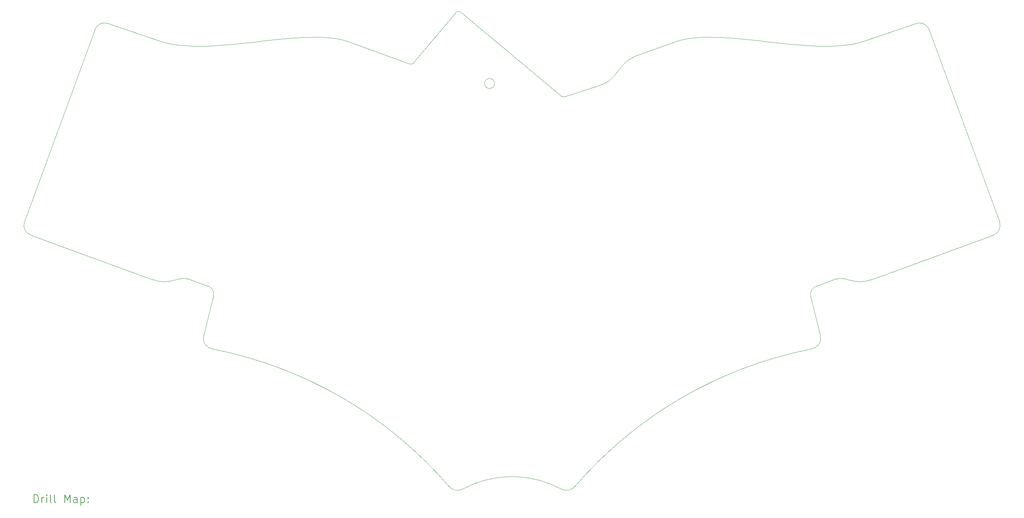
<source format=gbr>
%FSLAX45Y45*%
G04 Gerber Fmt 4.5, Leading zero omitted, Abs format (unit mm)*
G04 Created by KiCad (PCBNEW (6.0.0)) date 2023-05-15 23:42:06*
%MOMM*%
%LPD*%
G01*
G04 APERTURE LIST*
%ADD10C,0.050000*%
%TA.AperFunction,Profile*%
%ADD11C,0.050000*%
%TD*%
%ADD12C,0.200000*%
G04 APERTURE END LIST*
D10*
X10699177Y-3970000D02*
X10588675Y-3936794D01*
X10471572Y-3910015D01*
X10348287Y-3889234D01*
X10219240Y-3874023D01*
X10084849Y-3863954D01*
X9945533Y-3858599D01*
X9801711Y-3857527D01*
X9653802Y-3860312D01*
X9502226Y-3866525D01*
X9347400Y-3875737D01*
X9189744Y-3887520D01*
X9029677Y-3901445D01*
X8867618Y-3917084D01*
X8703986Y-3934009D01*
X8539199Y-3951790D01*
X8373677Y-3970000D01*
X8207839Y-3988210D01*
X8042103Y-4005991D01*
X7876889Y-4022916D01*
X7712615Y-4038555D01*
X7549700Y-4052480D01*
X7388564Y-4064263D01*
X7229625Y-4073475D01*
X7073302Y-4079687D01*
X6920015Y-4082472D01*
X6770181Y-4081401D01*
X6624221Y-4076045D01*
X6482552Y-4065976D01*
X6345595Y-4050766D01*
X6213767Y-4029985D01*
X6087488Y-4003206D01*
X5967177Y-3970000D01*
D11*
X5667121Y-9982459D02*
X2635164Y-8873841D01*
X23699177Y-3970000D02*
X25069806Y-3511323D01*
D10*
X6679177Y-10000000D02*
X6647047Y-9989952D01*
X6616198Y-9982198D01*
X6586506Y-9976568D01*
X6557845Y-9972895D01*
X6530091Y-9971012D01*
X6503119Y-9970749D01*
X6476803Y-9971939D01*
X6451020Y-9974413D01*
X6425644Y-9978005D01*
X6400550Y-9982546D01*
X6375613Y-9987867D01*
X6350709Y-9993802D01*
X6325713Y-10000181D01*
X6300499Y-10006837D01*
X6274943Y-10013602D01*
X6248920Y-10020307D01*
X6222305Y-10026786D01*
X6194973Y-10032869D01*
X6166800Y-10038389D01*
X6137659Y-10043178D01*
X6107428Y-10047068D01*
X6075980Y-10049891D01*
X6043190Y-10051478D01*
X6008935Y-10051662D01*
X5973088Y-10050275D01*
X5935525Y-10047149D01*
X5896122Y-10042115D01*
X5854753Y-10035007D01*
X5811293Y-10025655D01*
X5765618Y-10013891D01*
X5717602Y-9999549D01*
X5667121Y-9982459D01*
D11*
X22437177Y-11760000D02*
G75*
G03*
X16427177Y-15250000I2007942J-10377602D01*
G01*
X13403440Y-3238738D02*
X12335215Y-4506896D01*
X2478455Y-8537246D02*
G75*
G03*
X2635164Y-8873841I246664J-89937D01*
G01*
X25406401Y-3668032D02*
G75*
G03*
X25069806Y-3511323I-246658J-89955D01*
G01*
D10*
X18967177Y-3970000D02*
X19077680Y-3936794D01*
X19194783Y-3910015D01*
X19318067Y-3889234D01*
X19447115Y-3874023D01*
X19581506Y-3863954D01*
X19720822Y-3858599D01*
X19864644Y-3857527D01*
X20012552Y-3860312D01*
X20164129Y-3866525D01*
X20318955Y-3875737D01*
X20476610Y-3887520D01*
X20636677Y-3901445D01*
X20798736Y-3917084D01*
X20962369Y-3934009D01*
X21127155Y-3951790D01*
X21292677Y-3970000D01*
X21458516Y-3988210D01*
X21624251Y-4005991D01*
X21789466Y-4022916D01*
X21953740Y-4038555D01*
X22116654Y-4052480D01*
X22277790Y-4064263D01*
X22436729Y-4073475D01*
X22593052Y-4079687D01*
X22746340Y-4082472D01*
X22896173Y-4081401D01*
X23042134Y-4076045D01*
X23183802Y-4065976D01*
X23320760Y-4050766D01*
X23452587Y-4029985D01*
X23578866Y-4003206D01*
X23699177Y-3970000D01*
X22557177Y-10160000D02*
X22546955Y-10163897D01*
X22536925Y-10168091D01*
X22527101Y-10172586D01*
X22517500Y-10177386D01*
X22508138Y-10182496D01*
X22499030Y-10187918D01*
X22490191Y-10193657D01*
X22481638Y-10199717D01*
X22473385Y-10206102D01*
X22465449Y-10212816D01*
X22457846Y-10219863D01*
X22450590Y-10227247D01*
X22443699Y-10234973D01*
X22437186Y-10243043D01*
X22431068Y-10251462D01*
X22425361Y-10260234D01*
X22420080Y-10269364D01*
X22415240Y-10278854D01*
X22410858Y-10288710D01*
X22406950Y-10298934D01*
X22403530Y-10309532D01*
X22400614Y-10320507D01*
X22398219Y-10331863D01*
X22396359Y-10343604D01*
X22395051Y-10355734D01*
X22394310Y-10368257D01*
X22394151Y-10381177D01*
X22394591Y-10394499D01*
X22395645Y-10408225D01*
X22397328Y-10422361D01*
X22399656Y-10436910D01*
X22402646Y-10451876D01*
X22987177Y-10000000D02*
X23019307Y-9989952D01*
X23050156Y-9982198D01*
X23079848Y-9976568D01*
X23108509Y-9972895D01*
X23136263Y-9971012D01*
X23163236Y-9970749D01*
X23189551Y-9971939D01*
X23215334Y-9974413D01*
X23240710Y-9978005D01*
X23265804Y-9982546D01*
X23290741Y-9987867D01*
X23315645Y-9993802D01*
X23340641Y-10000181D01*
X23365855Y-10006837D01*
X23391411Y-10013602D01*
X23417434Y-10020307D01*
X23444049Y-10026786D01*
X23471381Y-10032869D01*
X23499555Y-10038389D01*
X23528695Y-10043178D01*
X23558926Y-10047068D01*
X23590375Y-10049891D01*
X23623164Y-10051478D01*
X23657420Y-10051662D01*
X23693266Y-10050275D01*
X23730829Y-10047149D01*
X23770232Y-10042115D01*
X23811602Y-10035007D01*
X23855061Y-10025655D01*
X23900737Y-10013891D01*
X23948752Y-9999549D01*
X23999233Y-9982459D01*
D11*
X4596548Y-3511323D02*
X5967177Y-3970000D01*
X2478455Y-8537246D02*
X4259953Y-3668032D01*
X13542177Y-3225000D02*
G75*
G03*
X13403440Y-3238738I-62500J-76238D01*
G01*
X25406401Y-3668032D02*
X27187900Y-8537246D01*
X6679177Y-10000000D02*
X7109177Y-10160000D01*
X22402646Y-10451876D02*
X22646699Y-11409954D01*
X27031191Y-8873841D02*
X23999233Y-9982459D01*
D10*
X16061113Y-5335485D02*
X16066794Y-5339941D01*
X16072573Y-5343949D01*
X16078433Y-5347528D01*
X16084355Y-5350700D01*
X16090322Y-5353482D01*
X16096313Y-5355897D01*
X16102313Y-5357964D01*
X16108301Y-5359703D01*
X16114260Y-5361135D01*
X16120171Y-5362279D01*
X16126016Y-5363156D01*
X16131777Y-5363785D01*
X16137436Y-5364188D01*
X16142974Y-5364384D01*
X16148372Y-5364392D01*
X16153613Y-5364235D01*
X16158679Y-5363930D01*
X16168209Y-5362963D01*
X16176816Y-5361651D01*
X16184354Y-5360157D01*
X16190676Y-5358640D01*
X16195635Y-5357262D01*
X16200882Y-5355569D01*
X16201113Y-5355485D01*
D11*
X4596548Y-3511323D02*
G75*
G03*
X4259953Y-3668032I-89937J-246664D01*
G01*
X13239177Y-15250000D02*
G75*
G03*
X7229177Y-11760000I-8017942J-6887603D01*
G01*
X22437177Y-11760000D02*
G75*
G03*
X22646699Y-11409954I-64214J276164D01*
G01*
X12231344Y-4530495D02*
X10699177Y-3970000D01*
X14390287Y-5031503D02*
G75*
G03*
X14390287Y-5031503I-125952J0D01*
G01*
X13239177Y-15250000D02*
G75*
G03*
X13569177Y-15320000I213618J194198D01*
G01*
X16061113Y-5335485D02*
X13542177Y-3225000D01*
X17067177Y-5070000D02*
X16201113Y-5355485D01*
X7019656Y-11409954D02*
G75*
G03*
X7229177Y-11760000I273736J-73882D01*
G01*
D10*
X17947177Y-4340000D02*
X17905430Y-4360173D01*
X17866323Y-4381267D01*
X17829684Y-4403207D01*
X17795341Y-4425918D01*
X17763123Y-4449325D01*
X17732856Y-4473352D01*
X17704369Y-4497925D01*
X17677490Y-4522969D01*
X17652046Y-4548408D01*
X17627866Y-4574167D01*
X17604777Y-4600172D01*
X17582607Y-4626348D01*
X17561184Y-4652618D01*
X17540336Y-4678909D01*
X17519891Y-4705144D01*
X17499677Y-4731250D01*
X17479522Y-4757151D01*
X17459252Y-4782771D01*
X17438698Y-4808036D01*
X17417685Y-4832871D01*
X17396043Y-4857201D01*
X17373598Y-4880950D01*
X17350180Y-4904043D01*
X17325615Y-4926406D01*
X17299732Y-4947964D01*
X17272358Y-4968640D01*
X17243322Y-4988361D01*
X17212451Y-5007051D01*
X17179573Y-5024635D01*
X17144516Y-5041038D01*
X17107108Y-5056184D01*
X17067177Y-5070000D01*
D11*
X27031191Y-8873841D02*
G75*
G03*
X27187900Y-8537246I-89955J246658D01*
G01*
X7019656Y-11409954D02*
X7263708Y-10451876D01*
D10*
X7109177Y-10160000D02*
X7119399Y-10163897D01*
X7129430Y-10168091D01*
X7139253Y-10172586D01*
X7148854Y-10177386D01*
X7158216Y-10182496D01*
X7167325Y-10187918D01*
X7176163Y-10193657D01*
X7184717Y-10199717D01*
X7192969Y-10206102D01*
X7200905Y-10212816D01*
X7208508Y-10219863D01*
X7215764Y-10227247D01*
X7222656Y-10234973D01*
X7229168Y-10243043D01*
X7235286Y-10251462D01*
X7240993Y-10260234D01*
X7246275Y-10269364D01*
X7251114Y-10278854D01*
X7255496Y-10288710D01*
X7259404Y-10298934D01*
X7262824Y-10309532D01*
X7265740Y-10320507D01*
X7268135Y-10331863D01*
X7269995Y-10343604D01*
X7271303Y-10355734D01*
X7272044Y-10368257D01*
X7272203Y-10381177D01*
X7271763Y-10394499D01*
X7270710Y-10408225D01*
X7269026Y-10422361D01*
X7266698Y-10436910D01*
X7263708Y-10451876D01*
D11*
X22557177Y-10160000D02*
X22987177Y-10000000D01*
X18967177Y-3970000D02*
X17947177Y-4340000D01*
D10*
X12231344Y-4530495D02*
X12240051Y-4532923D01*
X12248432Y-4534722D01*
X12256495Y-4535915D01*
X12264246Y-4536525D01*
X12271690Y-4536576D01*
X12278835Y-4536091D01*
X12285687Y-4535093D01*
X12292252Y-4533605D01*
X12298536Y-4531652D01*
X12304547Y-4529256D01*
X12310290Y-4526441D01*
X12315772Y-4523231D01*
X12320999Y-4519647D01*
X12325977Y-4515715D01*
X12330714Y-4511456D01*
X12335215Y-4506896D01*
D11*
X16097177Y-15320000D02*
G75*
G03*
X16427177Y-15250000I116382J264198D01*
G01*
X16097177Y-15320000D02*
G75*
G03*
X13569177Y-15320000I-1264000J-2313266D01*
G01*
D12*
X2717689Y-15657474D02*
X2717689Y-15457474D01*
X2765308Y-15457474D01*
X2793879Y-15466998D01*
X2812927Y-15486046D01*
X2822451Y-15505093D01*
X2831975Y-15543188D01*
X2831975Y-15571760D01*
X2822451Y-15609855D01*
X2812927Y-15628903D01*
X2793879Y-15647950D01*
X2765308Y-15657474D01*
X2717689Y-15657474D01*
X2917689Y-15657474D02*
X2917689Y-15524141D01*
X2917689Y-15562236D02*
X2927213Y-15543188D01*
X2936736Y-15533665D01*
X2955784Y-15524141D01*
X2974832Y-15524141D01*
X3041498Y-15657474D02*
X3041498Y-15524141D01*
X3041498Y-15457474D02*
X3031975Y-15466998D01*
X3041498Y-15476522D01*
X3051022Y-15466998D01*
X3041498Y-15457474D01*
X3041498Y-15476522D01*
X3165308Y-15657474D02*
X3146260Y-15647950D01*
X3136736Y-15628903D01*
X3136736Y-15457474D01*
X3270070Y-15657474D02*
X3251022Y-15647950D01*
X3241498Y-15628903D01*
X3241498Y-15457474D01*
X3498641Y-15657474D02*
X3498641Y-15457474D01*
X3565308Y-15600331D01*
X3631975Y-15457474D01*
X3631975Y-15657474D01*
X3812927Y-15657474D02*
X3812927Y-15552712D01*
X3803403Y-15533665D01*
X3784356Y-15524141D01*
X3746260Y-15524141D01*
X3727213Y-15533665D01*
X3812927Y-15647950D02*
X3793879Y-15657474D01*
X3746260Y-15657474D01*
X3727213Y-15647950D01*
X3717689Y-15628903D01*
X3717689Y-15609855D01*
X3727213Y-15590808D01*
X3746260Y-15581284D01*
X3793879Y-15581284D01*
X3812927Y-15571760D01*
X3908165Y-15524141D02*
X3908165Y-15724141D01*
X3908165Y-15533665D02*
X3927213Y-15524141D01*
X3965308Y-15524141D01*
X3984356Y-15533665D01*
X3993879Y-15543188D01*
X4003403Y-15562236D01*
X4003403Y-15619379D01*
X3993879Y-15638427D01*
X3984356Y-15647950D01*
X3965308Y-15657474D01*
X3927213Y-15657474D01*
X3908165Y-15647950D01*
X4089117Y-15638427D02*
X4098641Y-15647950D01*
X4089117Y-15657474D01*
X4079594Y-15647950D01*
X4089117Y-15638427D01*
X4089117Y-15657474D01*
X4089117Y-15533665D02*
X4098641Y-15543188D01*
X4089117Y-15552712D01*
X4079594Y-15543188D01*
X4089117Y-15533665D01*
X4089117Y-15552712D01*
M02*

</source>
